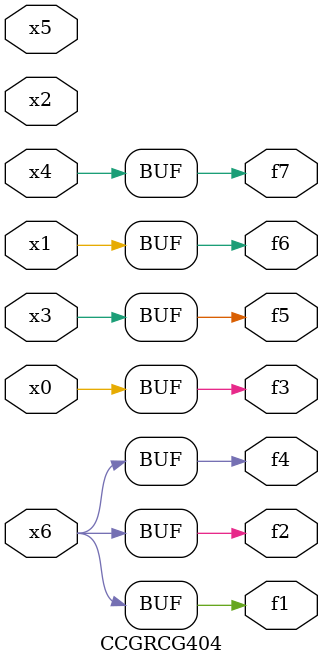
<source format=v>
module CCGRCG404(
	input x0, x1, x2, x3, x4, x5, x6,
	output f1, f2, f3, f4, f5, f6, f7
);
	assign f1 = x6;
	assign f2 = x6;
	assign f3 = x0;
	assign f4 = x6;
	assign f5 = x3;
	assign f6 = x1;
	assign f7 = x4;
endmodule

</source>
